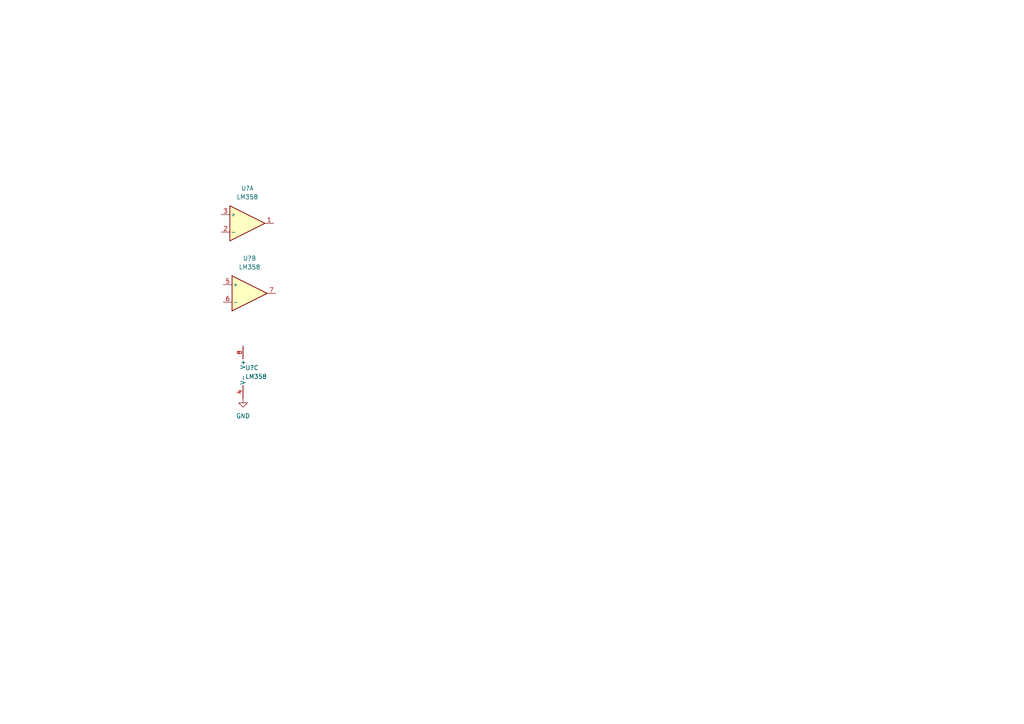
<source format=kicad_sch>
(kicad_sch (version 20230121) (generator eeschema)
  (paper "A4")
  (lib_symbols
    (symbol "Amplifier_Operational:LM358" (pin_names (offset 0.127))
      (property "Reference" "U" (at 0 5.08 0))
      (property "Value" "LM358" (at 0 -5.08 0))
      (symbol "LM358_1_1"
        (polyline (pts (xy -5.08 5.08) (xy 5.08 0) (xy -5.08 -5.08) (xy -5.08 5.08)) (stroke (width 0.254)) (fill (type background)))
        (pin output line (at 7.62 0 180) (length 2.54) (name "~") (number "1"))
        (pin input line (at -7.62 -2.54 0) (length 2.54) (name "-") (number "2"))
        (pin input line (at -7.62 2.54 0) (length 2.54) (name "+") (number "3"))
      )
      (symbol "LM358_2_1"
        (polyline (pts (xy -5.08 5.08) (xy 5.08 0) (xy -5.08 -5.08) (xy -5.08 5.08)) (stroke (width 0.254)) (fill (type background)))
        (pin input line (at -7.62 2.54 0) (length 2.54) (name "+") (number "5"))
        (pin input line (at -7.62 -2.54 0) (length 2.54) (name "-") (number "6"))
        (pin output line (at 7.62 0 180) (length 2.54) (name "~") (number "7"))
      )
      (symbol "LM358_3_1"
        (pin power_in line (at -2.54 -7.62 90) (length 3.81) (name "V-") (number "4"))
        (pin power_in line (at -2.54 7.62 270) (length 3.81) (name "V+") (number "8"))
      )
    )
    (symbol "power:GND" (power) (pin_names (offset 0))
      (property "Value" "GND" (at 0 -3.81 0))
      (symbol "GND_0_1"
        (polyline (pts (xy 0 0) (xy 0 -1.27) (xy 1.27 -1.27) (xy 0 -2.54) (xy -1.27 -1.27) (xy 0 -1.27)))
      )
      (symbol "GND_1_1"
        (pin power_in line (at 0 0 270) (length 0) hide (name "GND") (number "1"))
      )
    )
  )
  (symbol (lib_id "power:GND") (at 70.485 115.57 0) (unit 1)
    (property "Reference" "#PWR01" (effects hide))
    (property "Value" "GND" (at 70.485 120.65 0))
  )
  (symbol (lib_id "Amplifier_Operational:LM358") (at 72.39 85.09 0) (unit 2)
    (property "Reference" "U?" (at 72.39 74.93 0))
    (property "Value" "LM358" (at 72.39 77.47 0))
    (property "Datasheet" "http://www.ti.com/lit/ds/symlink/lm2904-n.pdf" (effects hide))
  )
  (symbol (lib_id "Amplifier_Operational:LM358") (at 73.025 107.95 0) (unit 3)
    (property "Reference" "U?" (at 71.12 106.68 0) (effects (justify left)))
    (property "Value" "LM358" (at 71.12 109.22 0) (effects (justify left)))
    (property "Datasheet" "http://www.ti.com/lit/ds/symlink/lm2904-n.pdf" (effects hide))
  )
  (symbol (lib_id "Amplifier_Operational:LM358") (at 71.755 64.77 0) (unit 1)
    (property "Reference" "U?" (at 71.755 54.61 0))
    (property "Value" "LM358" (at 71.755 57.15 0))
    (property "Datasheet" "http://www.ti.com/lit/ds/symlink/lm2904-n.pdf" (effects hide))
  )
)
</source>
